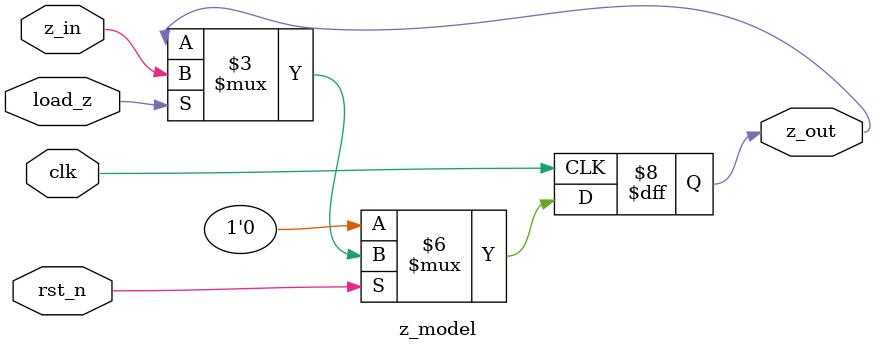
<source format=v>
module z_model(clk, rst_n, z_in, z_out, load_z);

	input clk, rst_n;
	input z_in;
	input load_z;
	output reg z_out;

	always @ (posedge clk)
	begin
		if (!rst_n)
			z_out <= 1'b0;
		else if (load_z)
			z_out <= z_in;	
	end

endmodule

</source>
